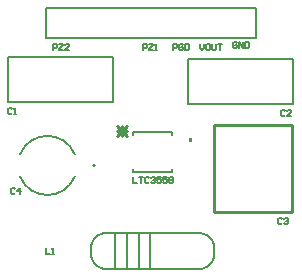
<source format=gto>
G04 Layer_Color=65535*
%FSLAX44Y44*%
%MOMM*%
G71*
G01*
G75*
%ADD13C,0.2540*%
%ADD21C,0.1270*%
%ADD22C,0.2000*%
%ADD23C,0.1524*%
G36*
X1123569Y1003783D02*
X1121029D01*
Y1007593D01*
X1123569D01*
Y1003783D01*
D02*
G37*
D13*
X1141730Y944880D02*
X1207770D01*
Y1018540D01*
X1141730D02*
X1207770D01*
X1141730Y944880D02*
Y1018540D01*
X1059434Y1017690D02*
X1067898Y1009226D01*
X1059434D02*
X1067898Y1017690D01*
X1059434Y1013458D02*
X1067898D01*
X1063666Y1009226D02*
Y1017690D01*
D21*
X1131882Y896847D02*
G03*
X1141963Y911792I-2432J12513D01*
G01*
X1141932Y911775D02*
G03*
X1130974Y926858I-12270J2608D01*
G01*
X1037937Y911792D02*
G03*
X1048018Y896847I12513J-2432D01*
G01*
Y926873D02*
G03*
X1037937Y911928I2432J-12513D01*
G01*
X1023940Y993615D02*
G03*
X977580Y993615I-23180J-9365D01*
G01*
Y974885D02*
G03*
X1023940Y974885I23180J9365D01*
G01*
X1087950Y896860D02*
Y926860D01*
X1077950Y896860D02*
X1087950D01*
X1077950D02*
Y926860D01*
X1067950D02*
X1077950D01*
X1067950Y896860D02*
Y926860D01*
X1057950Y896860D02*
X1067950D01*
X1057950D02*
Y926860D01*
X1087950Y896860D02*
X1131950D01*
X1067950D02*
X1077950D01*
X1047950D02*
X1057950D01*
X1087950Y926860D02*
X1130950D01*
X1077950D02*
X1087950D01*
X1057950D02*
X1067950D01*
X1047950D02*
X1057950D01*
X999490Y914398D02*
Y909320D01*
X1002876D01*
X1004568D02*
X1006261D01*
X1005415D01*
Y914398D01*
X1004568Y913552D01*
X1073150Y974088D02*
Y969010D01*
X1076536D01*
X1078228Y974088D02*
X1081614D01*
X1079921D01*
Y969010D01*
X1086692Y973242D02*
X1085846Y974088D01*
X1084153D01*
X1083307Y973242D01*
Y969856D01*
X1084153Y969010D01*
X1085846D01*
X1086692Y969856D01*
X1088385Y973242D02*
X1089231Y974088D01*
X1090924D01*
X1091771Y973242D01*
Y972396D01*
X1090924Y971549D01*
X1090078D01*
X1090924D01*
X1091771Y970703D01*
Y969856D01*
X1090924Y969010D01*
X1089231D01*
X1088385Y969856D01*
X1096849Y974088D02*
X1093463D01*
Y971549D01*
X1095156Y972396D01*
X1096003D01*
X1096849Y971549D01*
Y969856D01*
X1096003Y969010D01*
X1094310D01*
X1093463Y969856D01*
X1101927Y974088D02*
X1098542D01*
Y971549D01*
X1100235Y972396D01*
X1101081D01*
X1101927Y971549D01*
Y969856D01*
X1101081Y969010D01*
X1099388D01*
X1098542Y969856D01*
X1103620Y973242D02*
X1104466Y974088D01*
X1106159D01*
X1107006Y973242D01*
Y972396D01*
X1106159Y971549D01*
X1107006Y970703D01*
Y969856D01*
X1106159Y969010D01*
X1104466D01*
X1103620Y969856D01*
Y970703D01*
X1104466Y971549D01*
X1103620Y972396D01*
Y973242D01*
X1104466Y971549D02*
X1106159D01*
X1161626Y1087542D02*
X1160779Y1088388D01*
X1159086D01*
X1158240Y1087542D01*
Y1084156D01*
X1159086Y1083310D01*
X1160779D01*
X1161626Y1084156D01*
Y1085849D01*
X1159933D01*
X1163318Y1083310D02*
Y1088388D01*
X1166704Y1083310D01*
Y1088388D01*
X1168397D02*
Y1083310D01*
X1170936D01*
X1171782Y1084156D01*
Y1087542D01*
X1170936Y1088388D01*
X1168397D01*
X1130300Y1087118D02*
Y1083733D01*
X1131993Y1082040D01*
X1133686Y1083733D01*
Y1087118D01*
X1137917D02*
X1136225D01*
X1135378Y1086272D01*
Y1082886D01*
X1136225Y1082040D01*
X1137917D01*
X1138764Y1082886D01*
Y1086272D01*
X1137917Y1087118D01*
X1140457D02*
Y1082886D01*
X1141303Y1082040D01*
X1142996D01*
X1143842Y1082886D01*
Y1087118D01*
X1145535D02*
X1148921D01*
X1147228D01*
Y1082040D01*
X1107440D02*
Y1087118D01*
X1109979D01*
X1110826Y1086272D01*
Y1084579D01*
X1109979Y1083733D01*
X1107440D01*
X1115904Y1086272D02*
X1115058Y1087118D01*
X1113365D01*
X1112518Y1086272D01*
Y1082886D01*
X1113365Y1082040D01*
X1115058D01*
X1115904Y1082886D01*
Y1084579D01*
X1114211D01*
X1117597Y1087118D02*
Y1082040D01*
X1120136D01*
X1120982Y1082886D01*
Y1086272D01*
X1120136Y1087118D01*
X1117597D01*
X1082040Y1082040D02*
Y1087118D01*
X1084579D01*
X1085426Y1086272D01*
Y1084579D01*
X1084579Y1083733D01*
X1082040D01*
X1087118Y1087118D02*
X1090504D01*
Y1086272D01*
X1087118Y1082886D01*
Y1082040D01*
X1090504D01*
X1092197D02*
X1093889D01*
X1093043D01*
Y1087118D01*
X1092197Y1086272D01*
X1005840Y1082040D02*
Y1087118D01*
X1008379D01*
X1009226Y1086272D01*
Y1084579D01*
X1008379Y1083733D01*
X1005840D01*
X1010918Y1087118D02*
X1014304D01*
Y1086272D01*
X1010918Y1082886D01*
Y1082040D01*
X1014304D01*
X1019382D02*
X1015997D01*
X1019382Y1085426D01*
Y1086272D01*
X1018536Y1087118D01*
X1016843D01*
X1015997Y1086272D01*
X1202266Y1030392D02*
X1201419Y1031238D01*
X1199726D01*
X1198880Y1030392D01*
Y1027006D01*
X1199726Y1026160D01*
X1201419D01*
X1202266Y1027006D01*
X1207344Y1026160D02*
X1203958D01*
X1207344Y1029546D01*
Y1030392D01*
X1206497Y1031238D01*
X1204805D01*
X1203958Y1030392D01*
X1199726Y938952D02*
X1198879Y939798D01*
X1197186D01*
X1196340Y938952D01*
Y935566D01*
X1197186Y934720D01*
X1198879D01*
X1199726Y935566D01*
X1201418Y938952D02*
X1202265Y939798D01*
X1203958D01*
X1204804Y938952D01*
Y938106D01*
X1203958Y937259D01*
X1203111D01*
X1203958D01*
X1204804Y936413D01*
Y935566D01*
X1203958Y934720D01*
X1202265D01*
X1201418Y935566D01*
X971126Y1031662D02*
X970279Y1032508D01*
X968586D01*
X967740Y1031662D01*
Y1028276D01*
X968586Y1027430D01*
X970279D01*
X971126Y1028276D01*
X972818Y1027430D02*
X974511D01*
X973665D01*
Y1032508D01*
X972818Y1031662D01*
X973666Y964352D02*
X972819Y965198D01*
X971126D01*
X970280Y964352D01*
Y960966D01*
X971126Y960120D01*
X972819D01*
X973666Y960966D01*
X977897Y960120D02*
Y965198D01*
X975358Y962659D01*
X978744D01*
D22*
X1041390Y984250D02*
G03*
X1041390Y984250I-1000J0D01*
G01*
X1120140Y1036320D02*
X1209040D01*
Y1074420D01*
X1120140D02*
X1209040D01*
X1120140Y1036320D02*
Y1074420D01*
X967740Y1075690D02*
X1056640D01*
X967740Y1037590D02*
Y1075690D01*
Y1037590D02*
X1056640D01*
Y1075690D01*
X1177290Y1092200D02*
Y1117600D01*
X999490Y1092200D02*
X1177290D01*
X999490D02*
Y1117600D01*
X1177290D01*
D23*
X1072896Y1010412D02*
Y1012444D01*
X1106424D01*
Y978916D02*
Y980948D01*
X1072896Y978916D02*
X1106424D01*
X1072896D02*
Y980948D01*
X1106424Y1010412D02*
Y1012444D01*
M02*

</source>
